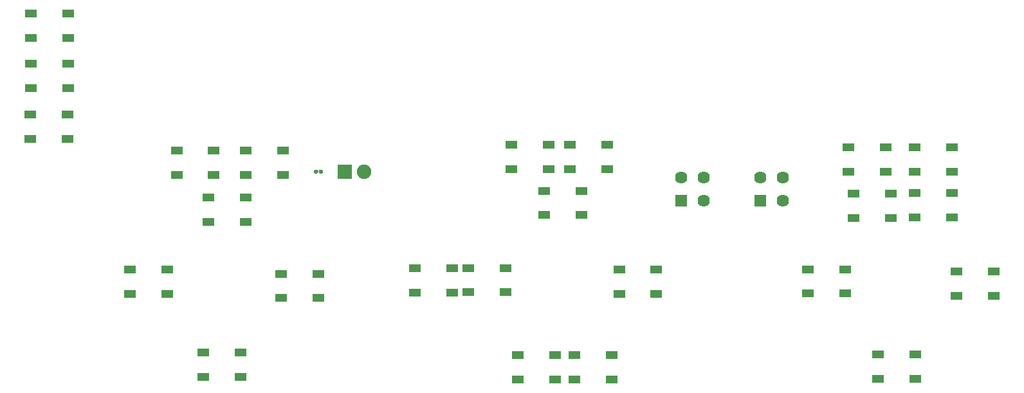
<source format=gbr>
%TF.GenerationSoftware,KiCad,Pcbnew,(5.1.6)-1*%
%TF.CreationDate,2020-11-25T09:57:01+11:00*%
%TF.ProjectId,ELEC Panel Panel PCB V1,454c4543-2050-4616-9e65-6c2050616e65,rev?*%
%TF.SameCoordinates,Original*%
%TF.FileFunction,Soldermask,Top*%
%TF.FilePolarity,Negative*%
%FSLAX46Y46*%
G04 Gerber Fmt 4.6, Leading zero omitted, Abs format (unit mm)*
G04 Created by KiCad (PCBNEW (5.1.6)-1) date 2020-11-25 09:57:01*
%MOMM*%
%LPD*%
G01*
G04 APERTURE LIST*
%ADD10C,1.620000*%
%ADD11R,1.620000X1.620000*%
%ADD12R,1.600000X1.100000*%
%ADD13C,1.900000*%
%ADD14R,1.900000X1.900000*%
G04 APERTURE END LIST*
%TO.C,R1*%
G36*
G01*
X70175800Y-120169000D02*
X70175800Y-120419000D01*
G75*
G02*
X70050800Y-120544000I-125000J0D01*
G01*
X69740800Y-120544000D01*
G75*
G02*
X69615800Y-120419000I0J125000D01*
G01*
X69615800Y-120169000D01*
G75*
G02*
X69740800Y-120044000I125000J0D01*
G01*
X70050800Y-120044000D01*
G75*
G02*
X70175800Y-120169000I0J-125000D01*
G01*
G37*
G36*
G01*
X70815800Y-120169000D02*
X70815800Y-120419000D01*
G75*
G02*
X70690800Y-120544000I-125000J0D01*
G01*
X70380800Y-120544000D01*
G75*
G02*
X70255800Y-120419000I0J125000D01*
G01*
X70255800Y-120169000D01*
G75*
G02*
X70380800Y-120044000I125000J0D01*
G01*
X70690800Y-120044000D01*
G75*
G02*
X70815800Y-120169000I0J-125000D01*
G01*
G37*
%TD*%
D10*
%TO.C,J2*%
X131368999Y-121107001D03*
X128369000Y-121107001D03*
X131368999Y-124107000D03*
D11*
X128369000Y-124107000D03*
%TD*%
D10*
%TO.C,J1*%
X120954999Y-121107001D03*
X117955000Y-121107001D03*
X120954999Y-124107000D03*
D11*
X117955000Y-124107000D03*
%TD*%
D12*
%TO.C,D25*%
X140667000Y-123165000D03*
X140667000Y-126365000D03*
X145567000Y-123165000D03*
X145567000Y-126365000D03*
%TD*%
%TO.C,D24*%
X134622000Y-133147000D03*
X134622000Y-136347000D03*
X139522000Y-133147000D03*
X139522000Y-136347000D03*
%TD*%
%TO.C,D23*%
X143905000Y-144348000D03*
X143905000Y-147548000D03*
X148805000Y-144348000D03*
X148805000Y-147548000D03*
%TD*%
%TO.C,D22*%
X154180000Y-133452000D03*
X154180000Y-136652000D03*
X159080000Y-133452000D03*
X159080000Y-136652000D03*
%TD*%
%TO.C,D21*%
X148717000Y-123139000D03*
X148717000Y-126339000D03*
X153617000Y-123139000D03*
X153617000Y-126339000D03*
%TD*%
%TO.C,D20*%
X148705000Y-117094000D03*
X148705000Y-120294000D03*
X153605000Y-117094000D03*
X153605000Y-120294000D03*
%TD*%
%TO.C,D19*%
X140005000Y-117094000D03*
X140005000Y-120294000D03*
X144905000Y-117094000D03*
X144905000Y-120294000D03*
%TD*%
%TO.C,D18*%
X89918200Y-132969000D03*
X89918200Y-136169000D03*
X94818200Y-132969000D03*
X94818200Y-136169000D03*
%TD*%
%TO.C,D17*%
X82880200Y-132994000D03*
X82880200Y-136194000D03*
X87780200Y-132994000D03*
X87780200Y-136194000D03*
%TD*%
%TO.C,D16*%
X96443800Y-144450000D03*
X96443800Y-147650000D03*
X101343800Y-144450000D03*
X101343800Y-147650000D03*
%TD*%
%TO.C,D15*%
X103914000Y-144424000D03*
X103914000Y-147624000D03*
X108814000Y-144424000D03*
X108814000Y-147624000D03*
%TD*%
%TO.C,D14*%
X109793000Y-133172000D03*
X109793000Y-136372000D03*
X114693000Y-133172000D03*
X114693000Y-136372000D03*
%TD*%
%TO.C,D13*%
X99926000Y-122809000D03*
X99926000Y-126009000D03*
X104826000Y-122809000D03*
X104826000Y-126009000D03*
%TD*%
%TO.C,D12*%
X103304000Y-116789000D03*
X103304000Y-119989000D03*
X108204000Y-116789000D03*
X108204000Y-119989000D03*
%TD*%
%TO.C,D11*%
X95644800Y-116789000D03*
X95644800Y-119989000D03*
X100544800Y-116789000D03*
X100544800Y-119989000D03*
%TD*%
%TO.C,D10*%
X45392000Y-133172000D03*
X45392000Y-136372000D03*
X50292000Y-133172000D03*
X50292000Y-136372000D03*
%TD*%
%TO.C,D9*%
X55069400Y-144120000D03*
X55069400Y-147320000D03*
X59969400Y-144120000D03*
X59969400Y-147320000D03*
%TD*%
%TO.C,D8*%
X65331000Y-133731000D03*
X65331000Y-136931000D03*
X70231000Y-133731000D03*
X70231000Y-136931000D03*
%TD*%
%TO.C,D7*%
X55716000Y-123698000D03*
X55716000Y-126898000D03*
X60616000Y-123698000D03*
X60616000Y-126898000D03*
%TD*%
%TO.C,D6*%
X60680600Y-117551000D03*
X60680600Y-120751000D03*
X65580600Y-117551000D03*
X65580600Y-120751000D03*
%TD*%
%TO.C,D5*%
X51550400Y-117501000D03*
X51550400Y-120701000D03*
X56450400Y-117501000D03*
X56450400Y-120701000D03*
%TD*%
%TO.C,D4*%
X32311000Y-112802000D03*
X32311000Y-116002000D03*
X37211000Y-112802000D03*
X37211000Y-116002000D03*
%TD*%
%TO.C,D3*%
X32398800Y-106096000D03*
X32398800Y-109296000D03*
X37298800Y-106096000D03*
X37298800Y-109296000D03*
%TD*%
%TO.C,D2*%
X32373400Y-99467000D03*
X32373400Y-102667000D03*
X37273400Y-99467000D03*
X37273400Y-102667000D03*
%TD*%
D13*
%TO.C,D1*%
X76225400Y-120294000D03*
D14*
X73685400Y-120294000D03*
%TD*%
M02*

</source>
